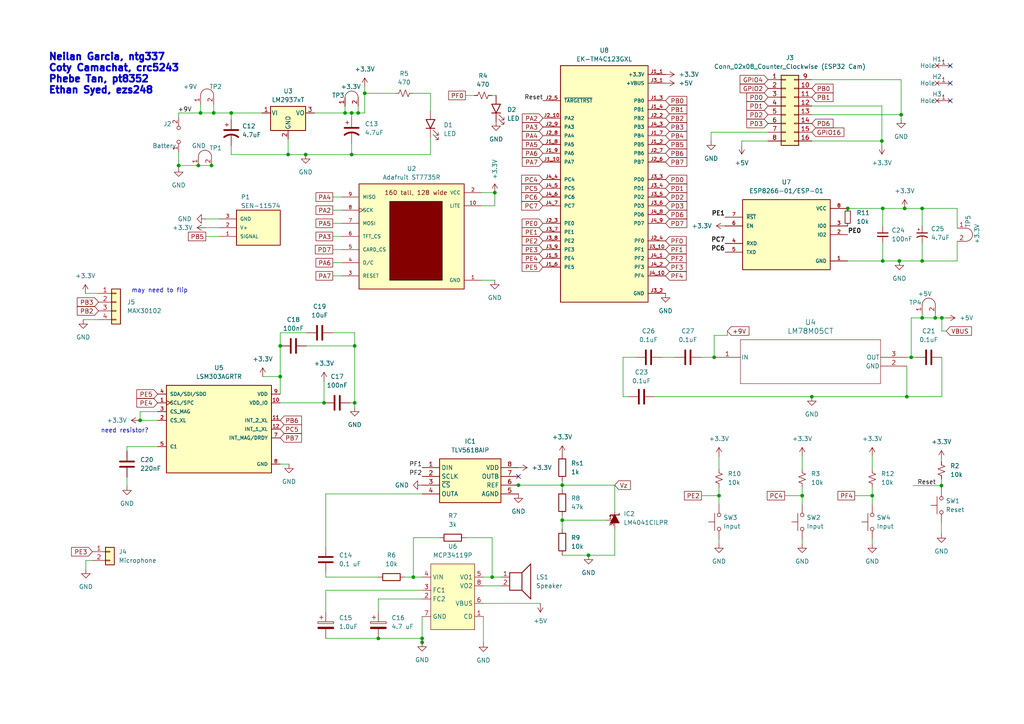
<source format=kicad_sch>
(kicad_sch (version 20230121) (generator eeschema)
  (paper "A4")
  (title_block (title "ECE 445L Lab7 Project") (date "2024-03-29") (rev "v1.0.1") (company "The University of Texas at Austin"))
  (junction (at 88.646 44.831))
  (junction (at 109.728 185.166))
  (junction (at 273.05 140.843))
  (junction (at 103.886 32.766))
  (junction (at 256.032 75.692))
  (junction (at 81.28 100.33))
  (junction (at 58.166 32.766))
  (junction (at 261.366 33.274))
  (junction (at 122.428 185.166))
  (junction (at 208.534 143.764))
  (junction (at 102.87 100.33))
  (junction (at 264.287 103.632))
  (junction (at 83.566 44.831))
  (junction (at 122.428 186.309))
  (junction (at 61.976 32.766))
  (junction (at 262.382 60.452))
  (junction (at 163.068 150.876))
  (junction (at 100.076 32.766))
  (junction (at 61.341 48.006))
  (junction (at 263.017 115.062))
  (junction (at 142.748 167.386))
  (junction (at 40.64 121.92))
  (junction (at 252.984 143.764))
  (junction (at 101.981 32.766))
  (junction (at 232.664 143.764))
  (junction (at 273.177 92.202))
  (junction (at 143.51 55.88))
  (junction (at 119.888 167.386))
  (junction (at 235.458 115.062))
  (junction (at 256.032 60.452))
  (junction (at 267.462 60.452))
  (junction (at 150.368 140.716))
  (junction (at 267.462 75.692))
  (junction (at 271.272 92.202))
  (junction (at 267.462 92.202))
  (junction (at 93.98 116.84))
  (junction (at 170.688 161.036))
  (junction (at 57.531 48.006))
  (junction (at 105.791 27.051))
  (junction (at 67.056 32.766))
  (junction (at 101.981 44.831))
  (junction (at 81.28 109.22))
  (junction (at 102.87 116.84))
  (junction (at 207.137 103.632))
  (junction (at 163.068 140.716))
  (junction (at 255.778 40.894))
  (junction (at 51.816 48.006))
  (junction (at 260.858 75.692))
  (junction (at 245.872 60.452))
  (no_connect (at 150.368 138.176))
  (no_connect (at 275.59 29.21))
  (no_connect (at 275.59 19.05))
  (no_connect (at 275.59 24.13))
  (wire (pts (xy 163.068 161.036) (xy 170.688 161.036)))
  (wire (pts (xy 178.308 140.716) (xy 163.068 140.716)))
  (wire (pts (xy 24.892 165.1) (xy 24.892 162.56)))
  (wire (pts (xy 45.72 121.92) (xy 40.64 121.92)))
  (wire (pts (xy 163.068 140.716) (xy 150.368 140.716)))
  (wire (pts (xy 235.458 33.274) (xy 261.366 33.274)))
  (wire (pts (xy 273.05 151.638) (xy 273.05 154.813)))
  (wire (pts (xy 255.778 42.164) (xy 255.778 40.894)))
  (wire (pts (xy 208.534 143.764) (xy 208.534 146.304)))
  (wire (pts (xy 96.52 68.58) (xy 99.06 68.58)))
  (wire (pts (xy 88.646 44.831) (xy 83.566 44.831)))
  (wire (pts (xy 40.64 119.38) (xy 40.64 121.92)))
  (wire (pts (xy 206.248 38.354) (xy 222.758 38.354)))
  (wire (pts (xy 93.98 116.84) (xy 93.98 110.49)))
  (wire (pts (xy 94.488 143.256) (xy 122.428 143.256)))
  (wire (pts (xy 262.382 60.452) (xy 267.462 60.452)))
  (wire (pts (xy 96.52 76.2) (xy 99.06 76.2)))
  (wire (pts (xy 81.28 96.52) (xy 88.9 96.52)))
  (wire (pts (xy 267.462 90.932) (xy 267.462 92.202)))
  (wire (pts (xy 207.137 97.282) (xy 207.137 103.632)))
  (wire (pts (xy 96.52 64.77) (xy 99.06 64.77)))
  (wire (pts (xy 247.904 143.764) (xy 252.984 143.764)))
  (wire (pts (xy 102.87 96.52) (xy 102.87 100.33)))
  (wire (pts (xy 101.981 44.831) (xy 124.841 44.831)))
  (wire (pts (xy 119.888 167.386) (xy 119.888 155.956)))
  (wire (pts (xy 208.534 141.224) (xy 208.534 143.764)))
  (wire (pts (xy 36.83 130.81) (xy 36.83 129.54)))
  (wire (pts (xy 232.664 143.764) (xy 232.664 146.304)))
  (wire (pts (xy 235.458 40.894) (xy 255.778 40.894)))
  (wire (pts (xy 57.531 47.371) (xy 57.531 48.006)))
  (wire (pts (xy 109.728 185.166) (xy 122.428 185.166)))
  (wire (pts (xy 24.892 162.56) (xy 26.797 162.56)))
  (wire (pts (xy 163.068 139.446) (xy 163.068 140.716)))
  (wire (pts (xy 277.622 60.452) (xy 277.622 66.167)))
  (wire (pts (xy 252.984 156.464) (xy 252.984 157.734)))
  (wire (pts (xy 36.83 138.43) (xy 36.83 140.97)))
  (wire (pts (xy 94.488 171.196) (xy 94.488 177.546)))
  (wire (pts (xy 273.177 92.202) (xy 273.177 96.012)))
  (wire (pts (xy 273.177 96.012) (xy 274.447 96.012)))
  (wire (pts (xy 45.72 119.38) (xy 40.64 119.38)))
  (wire (pts (xy 252.984 141.224) (xy 252.984 143.764)))
  (wire (pts (xy 100.076 30.861) (xy 100.076 32.766)))
  (wire (pts (xy 96.52 80.01) (xy 99.06 80.01)))
  (wire (pts (xy 235.458 23.114) (xy 261.366 23.114)))
  (wire (pts (xy 267.462 92.202) (xy 271.272 92.202)))
  (wire (pts (xy 182.245 115.062) (xy 180.721 115.062)))
  (wire (pts (xy 271.272 92.202) (xy 273.177 92.202)))
  (wire (pts (xy 81.28 109.22) (xy 81.28 114.3)))
  (wire (pts (xy 96.52 96.52) (xy 102.87 96.52)))
  (wire (pts (xy 232.664 141.224) (xy 232.664 143.764)))
  (wire (pts (xy 277.622 69.977) (xy 277.622 75.692)))
  (wire (pts (xy 235.458 115.062) (xy 263.017 115.062)))
  (wire (pts (xy 63.5 68.58) (xy 59.69 68.58)))
  (wire (pts (xy 273.05 133.223) (xy 273.05 133.858)))
  (wire (pts (xy 122.428 185.166) (xy 122.428 186.309)))
  (wire (pts (xy 263.017 106.172) (xy 263.017 115.062)))
  (wire (pts (xy 100.076 32.766) (xy 101.981 32.766)))
  (wire (pts (xy 273.177 103.632) (xy 273.177 115.062)))
  (wire (pts (xy 271.272 90.932) (xy 271.272 92.202)))
  (wire (pts (xy 252.984 143.764) (xy 252.984 146.304)))
  (wire (pts (xy 63.5 66.04) (xy 59.69 66.04)))
  (wire (pts (xy 51.816 48.006) (xy 51.816 48.641)))
  (wire (pts (xy 163.068 150.876) (xy 175.768 150.876)))
  (wire (pts (xy 109.728 173.736) (xy 109.728 177.546)))
  (wire (pts (xy 58.166 30.226) (xy 58.166 32.766)))
  (wire (pts (xy 267.462 75.692) (xy 277.622 75.692)))
  (wire (pts (xy 139.7 55.88) (xy 143.51 55.88)))
  (wire (pts (xy 96.52 60.96) (xy 99.06 60.96)))
  (wire (pts (xy 210.947 96.012) (xy 210.947 97.282)))
  (wire (pts (xy 135.001 27.686) (xy 137.541 27.686)))
  (wire (pts (xy 102.87 116.84) (xy 102.87 118.11)))
  (wire (pts (xy 255.778 40.894) (xy 255.778 30.734)))
  (wire (pts (xy 96.52 72.39) (xy 99.06 72.39)))
  (wire (pts (xy 261.366 33.274) (xy 261.366 34.544)))
  (wire (pts (xy 263.017 103.632) (xy 264.287 103.632)))
  (wire (pts (xy 67.056 32.766) (xy 75.946 32.766)))
  (wire (pts (xy 140.208 167.386) (xy 142.748 167.386)))
  (wire (pts (xy 245.872 75.692) (xy 256.032 75.692)))
  (wire (pts (xy 61.341 47.371) (xy 61.341 48.006)))
  (wire (pts (xy 273.05 140.843) (xy 273.05 141.478)))
  (wire (pts (xy 203.327 103.632) (xy 207.137 103.632)))
  (wire (pts (xy 94.488 167.386) (xy 109.728 167.386)))
  (wire (pts (xy 24.765 85.09) (xy 28.575 85.09)))
  (wire (pts (xy 94.488 185.166) (xy 109.728 185.166)))
  (wire (pts (xy 261.366 23.114) (xy 261.366 33.274)))
  (wire (pts (xy 61.976 30.226) (xy 61.976 32.766)))
  (wire (pts (xy 101.981 44.831) (xy 88.646 44.831)))
  (wire (pts (xy 245.872 60.452) (xy 256.032 60.452)))
  (wire (pts (xy 178.308 153.416) (xy 178.308 161.036)))
  (wire (pts (xy 51.816 44.196) (xy 51.816 48.006)))
  (wire (pts (xy 256.032 60.452) (xy 256.032 65.532)))
  (wire (pts (xy 91.186 32.766) (xy 100.076 32.766)))
  (wire (pts (xy 94.488 158.496) (xy 94.488 143.256)))
  (wire (pts (xy 260.858 75.692) (xy 267.462 75.692)))
  (wire (pts (xy 103.886 32.766) (xy 105.791 32.766)))
  (wire (pts (xy 61.341 48.006) (xy 57.531 48.006)))
  (wire (pts (xy 170.688 161.036) (xy 178.308 161.036)))
  (wire (pts (xy 208.534 132.334) (xy 208.534 136.144)))
  (wire (pts (xy 264.287 92.202) (xy 267.462 92.202)))
  (wire (pts (xy 140.208 178.816) (xy 140.208 186.436)))
  (wire (pts (xy 142.748 155.956) (xy 142.748 167.386)))
  (wire (pts (xy 81.28 109.22) (xy 81.28 100.33)))
  (wire (pts (xy 252.984 132.334) (xy 252.984 136.144)))
  (wire (pts (xy 67.056 44.831) (xy 83.566 44.831)))
  (wire (pts (xy 143.51 59.69) (xy 139.7 59.69)))
  (wire (pts (xy 267.462 70.612) (xy 267.462 75.692)))
  (wire (pts (xy 105.791 27.051) (xy 114.681 27.051)))
  (wire (pts (xy 119.888 155.956) (xy 127.508 155.956)))
  (wire (pts (xy 163.068 150.876) (xy 163.068 153.416)))
  (wire (pts (xy 76.2 109.22) (xy 81.28 109.22)))
  (wire (pts (xy 51.816 32.766) (xy 58.166 32.766)))
  (wire (pts (xy 142.748 167.386) (xy 145.288 167.386)))
  (wire (pts (xy 267.462 60.452) (xy 277.622 60.452)))
  (wire (pts (xy 124.841 39.751) (xy 124.841 44.831)))
  (wire (pts (xy 256.032 70.612) (xy 256.032 75.692)))
  (wire (pts (xy 135.128 155.956) (xy 142.748 155.956)))
  (wire (pts (xy 273.05 138.938) (xy 273.05 140.843)))
  (wire (pts (xy 180.721 103.632) (xy 184.277 103.632)))
  (wire (pts (xy 83.566 40.386) (xy 83.566 44.831)))
  (wire (pts (xy 273.177 92.202) (xy 274.447 92.202)))
  (wire (pts (xy 67.056 32.766) (xy 67.056 34.671)))
  (wire (pts (xy 119.888 167.386) (xy 122.428 167.386)))
  (wire (pts (xy 206.248 40.894) (xy 206.248 38.354)))
  (wire (pts (xy 24.13 92.71) (xy 28.575 92.71)))
  (wire (pts (xy 57.531 48.006) (xy 51.816 48.006)))
  (wire (pts (xy 163.068 149.606) (xy 163.068 150.876)))
  (wire (pts (xy 255.778 30.734) (xy 235.458 30.734)))
  (wire (pts (xy 232.664 156.464) (xy 232.664 157.734)))
  (wire (pts (xy 83.82 134.62) (xy 81.28 134.62)))
  (wire (pts (xy 101.981 32.766) (xy 101.981 34.036)))
  (wire (pts (xy 103.886 30.861) (xy 103.886 32.766)))
  (wire (pts (xy 109.728 173.736) (xy 122.428 173.736)))
  (wire (pts (xy 163.068 140.716) (xy 163.068 141.986)))
  (wire (pts (xy 264.287 103.632) (xy 264.287 92.202)))
  (wire (pts (xy 63.5 63.5) (xy 59.69 63.5)))
  (wire (pts (xy 67.056 42.291) (xy 67.056 44.831)))
  (wire (pts (xy 51.816 34.036) (xy 51.816 32.766)))
  (wire (pts (xy 140.208 169.926) (xy 145.288 169.926)))
  (wire (pts (xy 102.87 100.33) (xy 102.87 116.84)))
  (wire (pts (xy 227.584 143.764) (xy 232.664 143.764)))
  (wire (pts (xy 94.488 171.196) (xy 122.428 171.196)))
  (wire (pts (xy 178.308 148.336) (xy 178.308 140.716)))
  (wire (pts (xy 140.208 175.006) (xy 156.718 175.006)))
  (wire (pts (xy 81.28 100.33) (xy 81.28 96.52)))
  (wire (pts (xy 189.865 115.062) (xy 235.458 115.062)))
  (wire (pts (xy 203.454 143.764) (xy 208.534 143.764)))
  (wire (pts (xy 180.721 115.062) (xy 180.721 103.632)))
  (wire (pts (xy 139.7 81.28) (xy 143.51 81.28)))
  (wire (pts (xy 215.138 40.894) (xy 222.758 40.894)))
  (wire (pts (xy 105.791 25.146) (xy 105.791 27.051)))
  (wire (pts (xy 88.9 100.33) (xy 102.87 100.33)))
  (wire (pts (xy 191.897 103.632) (xy 195.707 103.632)))
  (wire (pts (xy 122.428 186.309) (xy 122.428 186.436)))
  (wire (pts (xy 96.52 57.15) (xy 99.06 57.15)))
  (wire (pts (xy 124.841 27.051) (xy 124.841 32.131)))
  (wire (pts (xy 273.177 115.062) (xy 263.017 115.062)))
  (wire (pts (xy 81.28 116.84) (xy 93.98 116.84)))
  (wire (pts (xy 36.83 129.54) (xy 45.72 129.54)))
  (wire (pts (xy 101.981 32.766) (xy 103.886 32.766)))
  (wire (pts (xy 105.791 32.766) (xy 105.791 27.051)))
  (wire (pts (xy 232.664 132.334) (xy 232.664 136.144)))
  (wire (pts (xy 122.428 178.816) (xy 122.428 185.166)))
  (wire (pts (xy 94.488 166.116) (xy 94.488 167.386)))
  (wire (pts (xy 58.166 32.766) (xy 61.976 32.766)))
  (wire (pts (xy 215.138 42.164) (xy 215.138 40.894)))
  (wire (pts (xy 119.761 27.051) (xy 124.841 27.051)))
  (wire (pts (xy 143.891 27.686) (xy 142.621 27.686)))
  (wire (pts (xy 208.534 156.464) (xy 208.534 157.734)))
  (wire (pts (xy 256.032 75.692) (xy 260.858 75.692)))
  (wire (pts (xy 117.348 167.386) (xy 119.888 167.386)))
  (wire (pts (xy 149.098 140.716) (xy 150.368 140.716)))
  (wire (pts (xy 264.287 103.632) (xy 265.557 103.632)))
  (wire (pts (xy 143.51 55.88) (xy 143.51 59.69)))
  (wire (pts (xy 101.6 116.84) (xy 102.87 116.84)))
  (wire (pts (xy 210.947 97.282) (xy 207.137 97.282)))
  (wire (pts (xy 264.795 140.843) (xy 273.05 140.843)))
  (wire (pts (xy 61.976 32.766) (xy 67.056 32.766)))
  (wire (pts (xy 101.981 41.656) (xy 101.981 44.831)))
  (wire (pts (xy 267.462 65.532) (xy 267.462 60.452)))
  (wire (pts (xy 256.032 60.452) (xy 262.382 60.452)))
  (text "Neilan Garcia, ntg337\nCoty Camachat, crc5243\nPhebe Tan, pt8352\nEthan Syed, ezs248" (at 13.97 27.432 0) (effects (font (size 2 2) (thickness 0.6) bold) (justify left bottom)))
  (text "may need to flip\n" (at 38.1 85.09 0) (effects (font (size 1.27 1.27)) (justify left bottom)))
  (text "need resistor?\n" (at 29.21 125.73 0) (effects (font (size 1.27 1.27)) (justify left bottom)))
  (label "PF2" (at 122.428 138.176 180))
  (label "Reset" (at 157.48 29.21 180))
  (label "+9V" (at 55.626 32.766 180))
  (label "PE1" (at 210.312 62.992 180) (effects (font bold)))
  (label "PF1" (at 122.428 135.636 180))
  (label "PC6" (at 210.312 73.152 180) (effects (font bold)))
  (label "Reset" (at 266.065 140.843 0))
  (label "PE0" (at 245.872 68.072 0) (effects (font bold)))
  (label "PC7" (at 210.312 70.612 180) (effects (font bold)))
  (global_label "PF4" (shape passive) (at 247.904 143.764 180) (property "Intersheetrefs" "${INTERSHEET_REFS}" (effects hide)))
  (global_label "PD6" (shape input) (at 193.04 62.23 0) (property "Intersheetrefs" "${INTERSHEET_REFS}" (effects hide)))
  (global_label "PB5" (shape passive) (at 59.69 68.58 180) (property "Intersheetrefs" "${INTERSHEET_REFS}" (effects hide)))
  (global_label "PB6" (shape input) (at 81.28 121.92 0) (property "Intersheetrefs" "${INTERSHEET_REFS}" (effects hide)))
  (global_label "PB2" (shape input) (at 193.04 34.29 0) (property "Intersheetrefs" "${INTERSHEET_REFS}" (effects hide)))
  (global_label "PD1" (shape input) (at 193.04 54.61 0) (property "Intersheetrefs" "${INTERSHEET_REFS}" (effects hide)))
  (global_label "PD1" (shape input) (at 222.758 30.734 180) (property "Intersheetrefs" "${INTERSHEET_REFS}" (effects hide)))
  (global_label "PC5" (shape input) (at 157.48 54.61 180) (property "Intersheetrefs" "${INTERSHEET_REFS}" (effects hide)))
  (global_label "PA3" (shape input) (at 157.48 36.83 180) (property "Intersheetrefs" "${INTERSHEET_REFS}" (effects hide)))
  (global_label "PD7" (shape passive) (at 96.52 72.39 180) (property "Intersheetrefs" "${INTERSHEET_REFS}" (effects hide)))
  (global_label "PB4" (shape input) (at 193.04 39.37 0) (property "Intersheetrefs" "${INTERSHEET_REFS}" (effects hide)))
  (global_label "PD0" (shape input) (at 193.04 52.07 0) (property "Intersheetrefs" "${INTERSHEET_REFS}" (effects hide)))
  (global_label "PB0" (shape input) (at 193.04 29.21 0) (property "Intersheetrefs" "${INTERSHEET_REFS}" (effects hide)))
  (global_label "PA5" (shape passive) (at 96.52 64.77 180) (property "Intersheetrefs" "${INTERSHEET_REFS}" (effects hide)))
  (global_label "GPIO16" (shape input) (at 235.458 38.354 0) (property "Intersheetrefs" "${INTERSHEET_REFS}" (effects hide)))
  (global_label "PB5" (shape input) (at 193.04 41.91 0) (property "Intersheetrefs" "${INTERSHEET_REFS}" (effects hide)))
  (global_label "PD3" (shape input) (at 193.04 59.69 0) (property "Intersheetrefs" "${INTERSHEET_REFS}" (effects hide)))
  (global_label "PA6" (shape input) (at 157.48 44.45 180) (property "Intersheetrefs" "${INTERSHEET_REFS}" (effects hide)))
  (global_label "PD6" (shape input) (at 235.458 35.814 0) (property "Intersheetrefs" "${INTERSHEET_REFS}" (effects hide)))
  (global_label "PD2" (shape input) (at 222.758 33.274 180) (property "Intersheetrefs" "${INTERSHEET_REFS}" (effects hide)))
  (global_label "PF2" (shape input) (at 193.04 74.93 0) (property "Intersheetrefs" "${INTERSHEET_REFS}" (effects hide)))
  (global_label "PB6" (shape input) (at 193.04 44.45 0) (property "Intersheetrefs" "${INTERSHEET_REFS}" (effects hide)))
  (global_label "PC7" (shape input) (at 157.48 59.69 180) (property "Intersheetrefs" "${INTERSHEET_REFS}" (effects hide)))
  (global_label "PA7" (shape passive) (at 96.52 80.01 180) (property "Intersheetrefs" "${INTERSHEET_REFS}" (effects hide)))
  (global_label "PF0" (shape input) (at 193.04 69.85 0) (property "Intersheetrefs" "${INTERSHEET_REFS}" (effects hide)))
  (global_label "PA6" (shape passive) (at 96.52 76.2 180) (property "Intersheetrefs" "${INTERSHEET_REFS}" (effects hide)))
  (global_label "PD0" (shape input) (at 222.758 28.194 180) (property "Intersheetrefs" "${INTERSHEET_REFS}" (effects hide)))
  (global_label "PC4" (shape input) (at 157.48 52.07 180) (property "Intersheetrefs" "${INTERSHEET_REFS}" (effects hide)))
  (global_label "PB3" (shape input) (at 193.04 36.83 0) (property "Intersheetrefs" "${INTERSHEET_REFS}" (effects hide)))
  (global_label "PA2" (shape passive) (at 96.52 60.96 180) (property "Intersheetrefs" "${INTERSHEET_REFS}" (effects hide)))
  (global_label "+9V" (shape input) (at 210.947 96.012 0) (property "Intersheetrefs" "${INTERSHEET_REFS}" (effects hide)))
  (global_label "PA3" (shape passive) (at 96.52 68.58 180) (property "Intersheetrefs" "${INTERSHEET_REFS}" (effects hide)))
  (global_label "PE5" (shape input) (at 157.48 77.47 180) (property "Intersheetrefs" "${INTERSHEET_REFS}" (effects hide)))
  (global_label "PF3" (shape input) (at 193.04 77.47 0) (property "Intersheetrefs" "${INTERSHEET_REFS}" (effects hide)))
  (global_label "PC5" (shape input) (at 81.28 124.46 0) (property "Intersheetrefs" "${INTERSHEET_REFS}" (effects hide)))
  (global_label "PD7" (shape input) (at 193.04 64.77 0) (property "Intersheetrefs" "${INTERSHEET_REFS}" (effects hide)))
  (global_label "Vz" (shape input) (at 178.308 140.716 0) (property "Intersheetrefs" "${INTERSHEET_REFS}" (effects hide)))
  (global_label "PA2" (shape input) (at 157.48 34.29 180) (property "Intersheetrefs" "${INTERSHEET_REFS}" (effects hide)))
  (global_label "PD2" (shape input) (at 193.04 57.15 0) (property "Intersheetrefs" "${INTERSHEET_REFS}" (effects hide)))
  (global_label "PF4" (shape input) (at 193.04 80.01 0) (property "Intersheetrefs" "${INTERSHEET_REFS}" (effects hide)))
  (global_label "PB0" (shape input) (at 235.458 25.654 0) (property "Intersheetrefs" "${INTERSHEET_REFS}" (effects hide)))
  (global_label "PE3" (shape input) (at 157.48 72.39 180) (property "Intersheetrefs" "${INTERSHEET_REFS}" (effects hide)))
  (global_label "PF1" (shape input) (at 193.04 72.39 0) (property "Intersheetrefs" "${INTERSHEET_REFS}" (effects hide)))
  (global_label "PC4" (shape passive) (at 227.584 143.764 180) (property "Intersheetrefs" "${INTERSHEET_REFS}" (effects hide)))
  (global_label "GPIO4" (shape input) (at 222.758 23.114 180) (property "Intersheetrefs" "${INTERSHEET_REFS}" (effects hide)))
  (global_label "PB7" (shape input) (at 81.28 127 0) (property "Intersheetrefs" "${INTERSHEET_REFS}" (effects hide)))
  (global_label "GPIO2" (shape input) (at 222.758 25.654 180) (property "Intersheetrefs" "${INTERSHEET_REFS}" (effects hide)))
  (global_label "PB7" (shape input) (at 193.04 46.99 0) (property "Intersheetrefs" "${INTERSHEET_REFS}" (effects hide)))
  (global_label "PE5" (shape input) (at 45.72 114.3 180) (property "Intersheetrefs" "${INTERSHEET_REFS}" (effects hide)))
  (global_label "PB1" (shape input) (at 193.04 31.75 0) (property "Intersheetrefs" "${INTERSHEET_REFS}" (effects hide)))
  (global_label "PC6" (shape input) (at 157.48 57.15 180) (property "Intersheetrefs" "${INTERSHEET_REFS}" (effects hide)))
  (global_label "PE4" (shape input) (at 157.48 74.93 180) (property "Intersheetrefs" "${INTERSHEET_REFS}" (effects hide)))
  (global_label "PA4" (shape input) (at 157.48 39.37 180) (property "Intersheetrefs" "${INTERSHEET_REFS}" (effects hide)))
  (global_label "PD3" (shape input) (at 222.758 35.814 180) (property "Intersheetrefs" "${INTERSHEET_REFS}" (effects hide)))
  (global_label "PA4" (shape passive) (at 96.52 57.15 180) (property "Intersheetrefs" "${INTERSHEET_REFS}" (effects hide)))
  (global_label "PA7" (shape input) (at 157.48 46.99 180) (property "Intersheetrefs" "${INTERSHEET_REFS}" (effects hide)))
  (global_label "PE0" (shape input) (at 157.48 64.77 180) (property "Intersheetrefs" "${INTERSHEET_REFS}" (effects hide)))
  (global_label "PE1" (shape input) (at 157.48 67.31 180) (property "Intersheetrefs" "${INTERSHEET_REFS}" (effects hide)))
  (global_label "PB3" (shape input) (at 28.575 87.63 180) (property "Intersheetrefs" "${INTERSHEET_REFS}" (effects hide)))
  (global_label "PA5" (shape input) (at 157.48 41.91 180) (property "Intersheetrefs" "${INTERSHEET_REFS}" (effects hide)))
  (global_label "PB2" (shape input) (at 28.575 90.17 180) (property "Intersheetrefs" "${INTERSHEET_REFS}" (effects hide)))
  (global_label "PE2" (shape input) (at 157.48 69.85 180) (property "Intersheetrefs" "${INTERSHEET_REFS}" (effects hide)))
  (global_label "PB1" (shape input) (at 235.458 28.194 0) (property "Intersheetrefs" "${INTERSHEET_REFS}" (effects hide)))
  (global_label "PE4" (shape input) (at 45.72 116.84 180) (property "Intersheetrefs" "${INTERSHEET_REFS}" (effects hide)))
  (global_label "PF0" (shape passive) (at 135.001 27.686 180) (property "Intersheetrefs" "${INTERSHEET_REFS}" (effects hide)))
  (global_label "PE3" (shape input) (at 26.797 160.02 180) (property "Intersheetrefs" "${INTERSHEET_REFS}" (effects hide)))
  (global_label "VBUS" (shape input) (at 274.447 96.012 0) (property "Intersheetrefs" "${INTERSHEET_REFS}" (effects hide)))
  (global_label "PE2" (shape passive) (at 203.454 143.764 180) (property "Intersheetrefs" "${INTERSHEET_REFS}" (effects hide)))
  (symbol (lib_id "Device:R") (at 163.068 135.636 0) (unit 1)
    (property "Reference" "Rs1" (at 165.608 134.366 0) (effects (justify left)))
    (property "Value" "1k" (at 165.608 136.906 0) (effects (justify left)))
    (property "Footprint" "ECE445L:R_Axial_DIN0204_L3.6mm_D1.6mm_P7.62mm_Horizontal" (effects hide))
  )
  (symbol (lib_name "GND_1") (lib_id "power:GND") (at 252.984 157.734 0) (unit 1)
    (property "Reference" "#PWR026" (effects hide))
    (property "Value" "GND" (at 252.984 162.814 0))
  )
  (symbol (lib_id "power:+5V") (at 193.04 24.13 270) (unit 1)
    (property "Reference" "#PWR058" (effects hide))
    (property "Value" "+5V" (at 196.85 24.13 90) (effects (justify left)))
  )
  (symbol (lib_id "power:+3.3V") (at 208.534 132.334 0) (unit 1)
    (property "Reference" "#PWR048" (effects hide))
    (property "Value" "+3.3V" (at 208.534 127.254 0))
  )
  (symbol (lib_id "power:+3.3V") (at 105.791 25.146 0) (unit 1)
    (property "Reference" "#PWR027" (effects hide))
    (property "Value" "+3.3V" (at 105.791 20.066 0))
  )
  (symbol (lib_name "GND_1") (lib_id "power:GND") (at 51.816 48.641 0) (unit 1)
    (property "Reference" "#PWR018" (effects hide))
    (property "Value" "GND" (at 51.816 53.721 0))
  )
  (symbol (lib_id "Device:Speaker") (at 150.368 167.386 0) (unit 1)
    (property "Reference" "LS1" (at 155.448 167.386 0) (effects (justify left)))
    (property "Value" "Speaker" (at 155.448 169.926 0) (effects (justify left)))
    (property "Footprint" "Connector_PinHeader_2.54mm:PinHeader_1x02_P2.54mm_Vertical" (effects hide))
  )
  (symbol (lib_id "Device:C") (at 186.055 115.062 270) (unit 1)
    (property "Reference" "C23" (at 186.055 107.95 90))
    (property "Value" "0.1uF" (at 186.055 110.49 90))
    (property "Footprint" "ECE445L:C_Axial_200mil" (effects hide))
  )
  (symbol (lib_id "motorola_MCP34119P:MCP34119P") (at 131.318 172.466 0) (unit 1)
    (property "Reference" "U6" (at 131.318 158.496 0))
    (property "Value" "MCP34119P" (at 131.318 161.036 0))
    (property "Footprint" "Package_DIP:DIP-8_W7.62mm_LongPads" (effects hide))
    (property "Datasheet" "https://users.ece.utexas.edu/~valvano/Datasheets/MC34119.pdf" (effects hide))
    (property "Distributor" "N/A" (effects hide))
    (property "Manufacturer" "Motorola" (effects hide))
    (property "P/N" "MC34119P" (effects hide))
    (property "Cost" "N/A" (effects hide))
  )
  (symbol (lib_id "ECE445L:R_0.125W") (at 273.05 136.398 0) (unit 1)
    (property "Reference" "R2" (at 275.59 135.128 0) (effects (justify left)))
    (property "Value" "10k" (at 275.59 137.668 0) (effects (justify left)))
    (property "Footprint" "ECE445L:R_Axial_DIN0204_L3.6mm_D1.6mm_P7.62mm_Horizontal" (effects hide))
    (property "Datasheet" "https://users.ece.utexas.edu/~valvano/mspm0/CarbonFilmresistors.pdf" (effects hide))
  )
  (symbol (lib_id "ECE445L:Testpoint") (at 60.071 30.226 0) (unit 1)
    (property "Reference" "TP2" (at 60.706 25.146 0) (effects (justify left)))
    (property "Value" "+9V" (at 53.086 25.146 0) (effects (justify left)))
    (property "Footprint" "ECE445L:Testpoint_1x02_P2.54mm" (effects hide))
  )
  (symbol (lib_id "ECE445L:R_0.125W") (at 252.984 138.684 180) (unit 1)
    (property "Reference" "R12" (at 255.524 137.414 0) (effects (justify right)))
    (property "Value" "10k" (at 255.524 139.954 0) (effects (justify right)))
    (property "Footprint" "ECE445L:R_Axial_DIN0204_L3.6mm_D1.6mm_P7.62mm_Horizontal" (effects hide))
    (property "Datasheet" "https://users.ece.utexas.edu/~valvano/mspm0/CarbonFilmresistors.pdf" (effects hide))
  )
  (symbol (lib_id "ECE445L:Testpoint") (at 269.367 90.932 0) (unit 1)
    (property "Reference" "TP4" (at 263.652 87.757 0) (effects (justify left)))
    (property "Value" "+5V" (at 266.192 85.217 0) (effects (justify left)))
    (property "Footprint" "ECE445L:Testpoint_1x02_P2.54mm" (effects hide))
  )
  (symbol (lib_name "GND_1") (lib_id "power:GND") (at 122.428 140.716 270) (unit 1)
    (property "Reference" "#PWR036" (effects hide))
    (property "Value" "GND" (at 118.618 140.716 90) (effects (justify right)))
  )
  (symbol (lib_id "power:+3.3V") (at 210.312 65.532 90) (unit 1)
    (property "Reference" "#PWR051" (effects hide))
    (property "Value" "+3.3V" (at 206.502 65.532 90) (effects (justify left)))
  )
  (symbol (lib_id "Device:C") (at 97.79 116.84 90) (unit 1)
    (property "Reference" "C17" (at 97.79 109.22 90))
    (property "Value" "100nF" (at 97.79 111.76 90))
    (property "Footprint" "ECE445L:C_Axial_200mil" (effects hide))
  )
  (symbol (lib_id "Device:C") (at 199.517 103.632 90) (unit 1)
    (property "Reference" "C27" (at 199.517 96.012 90))
    (property "Value" "0.1uF" (at 199.517 98.552 90))
    (property "Footprint" "ECE445L:C_Axial_200mil" (effects hide))
  )
  (symbol (lib_id "power:+3.3V") (at 193.04 21.59 270) (unit 1)
    (property "Reference" "#PWR059" (effects hide))
    (property "Value" "+3.3V" (at 196.85 21.59 90) (effects (justify left)))
  )
  (symbol (lib_id "ECE445L:Testpoint") (at 59.436 48.006 0) (unit 1)
    (property "Reference" "TP1" (at 60.706 42.926 0) (effects (justify left)))
    (property "Value" "GND" (at 55.626 42.291 0) (effects (justify left)))
    (property "Footprint" "ECE445L:Testpoint_1x02_P2.54mm" (effects hide))
  )
  (symbol (lib_name "GND_1") (lib_id "power:GND") (at 170.688 161.036 0) (unit 1)
    (property "Reference" "#PWR040" (effects hide))
    (property "Value" "GND" (at 170.688 166.116 0))
  )
  (symbol (lib_id "power:+3.3V") (at 163.068 131.826 0) (unit 1)
    (property "Reference" "#PWR039" (effects hide))
    (property "Value" "+3.3V" (at 163.068 126.746 0))
  )
  (symbol (lib_id "Regulator_Linear:LM2937xT") (at 83.566 32.766 0) (unit 1)
    (property "Reference" "U3" (at 83.566 26.416 0))
    (property "Value" "LM2937xT" (at 83.566 28.956 0))
    (property "Footprint" "Package_TO_SOT_THT:TO-220-3_Vertical" (effects hide))
    (property "Datasheet" "http://www.ti.com/lit/ds/symlink/lm2937.pdf" (effects hide))
  )
  (symbol (lib_id "ECE445L:Testpoint") (at 277.622 68.072 270) (unit 1)
    (property "Reference" "TP5" (at 280.797 62.357 0) (effects (justify left)))
    (property "Value" "+3.3V" (at 283.337 64.897 0) (effects (justify left)))
    (property "Footprint" "ECE445L:Testpoint_1x02_P2.54mm" (effects hide))
  )
  (symbol (lib_name "GND_1") (lib_id "power:GND") (at 88.646 44.831 0) (unit 1)
    (property "Reference" "#PWR061" (effects hide))
    (property "Value" "GND" (at 88.646 49.911 0))
  )
  (symbol (lib_id "power:+5V") (at 215.138 42.164 180) (unit 1)
    (property "Reference" "#PWR047" (effects hide))
    (property "Value" "+5V" (at 215.138 47.244 0))
  )
  (symbol (lib_id "Device:C") (at 92.71 96.52 270) (unit 1)
    (property "Reference" "C19" (at 92.71 88.9 90))
    (property "Value" "10uF" (at 92.71 91.44 90))
    (property "Footprint" "ECE445L:C_Axial_200mil" (effects hide))
  )
  (symbol (lib_id "ti_LM4041CILPR:LM4041CILPR") (at 178.308 150.876 0) (unit 1)
    (property "Reference" "IC2" (at 180.848 149.0345 0) (effects (justify left)))
    (property "Value" "LM4041CILPR" (at 180.848 151.5745 0) (effects (justify left)))
    (property "Footprint" "ECE445L:ti_LM4041CILPR" (effects hide))
    (property "Datasheet" "https://www.ti.com/general/docs/suppproductinfo.tsp?distId=26&gotoUrl=https://www.ti.com/lit/gpn/lm4041a12" (effects hide))
    (property "Distributor" "Mouser" (effects hide))
    (property "Manufacturer" "Texas Instruments" (effects hide))
    (property "P/N" "LM4041CILPR" (effects hide))
    (property "Cost" "0.78" (effects hide))
  )
  (symbol (lib_id "Connector_Generic:Conn_02x08_Top_Bottom") (at 227.838 30.734 0) (unit 1)
    (property "Reference" "J3" (at 229.108 16.764 0))
    (property "Value" "Conn_02x08_Counter_Clockwise (ESP32 Cam)" (at 229.108 19.304 0))
    (property "Footprint" "our_symbols:ESP32-CAM_v1" (effects hide))
  )
  (symbol (lib_id "LSM303AGRTR:LSM303AGRTR") (at 63.5 124.46 0) (unit 1)
    (property "Reference" "U5" (at 63.5 106.68 0))
    (property "Value" "LSM303AGRTR" (at 63.5 109.22 0))
    (property "Footprint" "our_symbols:SON_03AGRTR_STM" (effects hide))
    (property "MF" "STMicroelectronics" (effects hide))
    (property "DESCRIPTION" "Ultra-compact high-performance e-compass 3D accelerometer and 3D magnetometer module" (effects hide))
    (property "PACKAGE" "LGA-12 STMicroelectronics" (effects hide))
    (property "PRICE" "1.79 USD" (effects hide))
    (property "Package" "LGA-12 STMicroelectronics" (effects hide))
    (property "Check_prices" "https://www.snapeda.com/parts/LSM303AGRTR/STMicroelectronics/view-part/?ref=eda" (effects hide))
    (property "Price" "None" (effects hide))
    (property "SnapEDA_Link" "https://www.snapeda.com/parts/LSM303AGRTR/STMicroelectronics/view-part/?ref=snap" (effects hide))
    (property "MP" "LSM303AGRTR" (effects hide))
    (property "Description" "\nAccelerometer, Magnetometer, Temperature, 6 Axis Sensor I2C, SPI Output\n" (effects hide))
    (property "Availability" "In Stock" (effects hide))
    (property "AVAILABILITY" "Good" (effects hide))
    (property "MANUFACTURER" "STMicroelectronics" (effects hide))
  )
  (symbol (lib_id "Switch:SW_Push") (at 273.05 146.558 90) (unit 1)
    (property "Reference" "SW1" (at 274.32 145.288 90) (effects (justify right)))
    (property "Value" "Reset" (at 274.32 147.828 90) (effects (justify right)))
    (property "Footprint" "Button_Switch_THT:SW_PUSH_6mm" (effects hide))
  )
  (symbol (lib_id "Device:R") (at 113.538 167.386 270) (mirror x) (unit 1)
    (property "Reference" "R6" (at 113.538 161.036 90))
    (property "Value" "10k" (at 113.538 163.576 90))
    (property "Footprint" "ECE445L:R_Axial_DIN0204_L3.6mm_D1.6mm_P7.62mm_Horizontal" (effects hide))
  )
  (symbol (lib_id "power:+5V") (at 156.718 175.006 180) (unit 1)
    (property "Reference" "#PWR052" (effects hide))
    (property "Value" "+5V" (at 156.718 180.086 0))
  )
  (symbol (lib_id "Device:C") (at 188.087 103.632 90) (unit 1)
    (property "Reference" "C26" (at 188.087 96.012 90))
    (property "Value" "0.1uF" (at 188.087 98.552 90))
    (property "Footprint" "ECE445L:C_Axial_200mil" (effects hide))
  )
  (symbol (lib_name "GND_1") (lib_id "power:GND") (at 261.366 34.544 0) (unit 1)
    (property "Reference" "#PWR023" (effects hide))
    (property "Value" "GND" (at 261.366 39.624 0))
  )
  (symbol (lib_name "GND_1") (lib_id "power:GND") (at 273.05 154.813 0) (unit 1)
    (property "Reference" "#PWR04" (effects hide))
    (property "Value" "GND" (at 273.05 159.893 0))
  )
  (symbol (lib_id "Connector_Generic:Conn_01x04") (at 33.655 87.63 0) (unit 1)
    (property "Reference" "J5" (at 36.83 87.63 0) (effects (justify left)))
    (property "Value" "MAX30102" (at 36.83 90.17 0) (effects (justify left)))
    (property "Footprint" "Connector_PinHeader_2.54mm:PinHeader_1x04_P2.54mm_Vertical" (effects hide))
  )
  (symbol (lib_id "power:+3.3V") (at 93.98 110.49 0) (unit 1)
    (property "Reference" "#PWR031" (effects hide))
    (property "Value" "+3.3V" (at 93.98 105.41 0))
  )
  (symbol (lib_id "Device:R") (at 163.068 157.226 0) (unit 1)
    (property "Reference" "R9" (at 165.608 155.956 0) (effects (justify left)))
    (property "Value" "10k" (at 165.608 158.496 0) (effects (justify left)))
    (property "Footprint" "ECE445L:R_Axial_DIN0204_L3.6mm_D1.6mm_P7.62mm_Horizontal" (effects hide))
  )
  (symbol (lib_name "GND_1") (lib_id "power:GND") (at 140.208 186.436 0) (unit 1)
    (property "Reference" "#PWR035" (effects hide))
    (property "Value" "GND" (at 140.208 191.516 0))
  )
  (symbol (lib_id "ECE445L:MountingHole") (at 275.59 29.21 0) (unit 1)
    (property "Reference" "H3" (at 271.78 27.305 0))
    (property "Value" "~" (at 275.59 29.21 0))
    (property "Footprint" "ECE445L:MountingHole_4_40" (effects hide))
  )
  (symbol (lib_id "Device:R") (at 163.068 145.796 0) (unit 1)
    (property "Reference" "R8" (at 165.608 144.526 0) (effects (justify left)))
    (property "Value" "47k" (at 165.608 147.066 0) (effects (justify left)))
    (property "Footprint" "ECE445L:R_Axial_DIN0204_L3.6mm_D1.6mm_P7.62mm_Horizontal" (effects hide))
  )
  (symbol (lib_id "power:+3.3V") (at 232.664 132.334 0) (unit 1)
    (property "Reference" "#PWR024" (effects hide))
    (property "Value" "+3.3V" (at 232.664 127.254 0))
  )
  (symbol (lib_id "ECE445L:Testpoint") (at 101.981 30.861 0) (unit 1)
    (property "Reference" "TP3" (at 96.266 27.686 0) (effects (justify left)))
    (property "Value" "+3.3V" (at 98.806 25.146 0) (effects (justify left)))
    (property "Footprint" "ECE445L:Testpoint_1x02_P2.54mm" (effects hide))
  )
  (symbol (lib_name "GND_1") (lib_id "power:GND") (at 24.892 165.1 0) (unit 1)
    (property "Reference" "#PWR022" (effects hide))
    (property "Value" "GND" (at 24.892 170.18 0))
  )
  (symbol (lib_id "power:+3.3V") (at 150.368 135.636 270) (unit 1)
    (property "Reference" "#PWR037" (effects hide))
    (property "Value" "+3.3V" (at 154.178 135.636 90) (effects (justify left)))
  )
  (symbol (lib_id "power:+3.3V") (at 255.778 42.164 180) (unit 1)
    (property "Reference" "#PWR045" (effects hide))
    (property "Value" "+3.3V" (at 255.778 47.244 0))
  )
  (symbol (lib_id "ti_EKTM4C123GXL:EK-TM4C123GXL") (at 175.26 52.07 0) (unit 1)
    (property "Reference" "U8" (at 175.26 14.605 0))
    (property "Value" "EK-TM4C123GXL" (at 175.26 17.145 0))
    (property "Footprint" "ECE445L:ti_EKTM4C123GXL" (effects hide))
    (property "Datasheet" "https://www.ti.com/lit/ds/symlink/tm4c123gh6pm.pdf?ts=1693244962384&ref_url=https%253A%252F%252Fwww.google.com%252F" (effects hide))
    (property "Distributor" "Mouser" (effects hide))
    (property "Manufacturer" "Texas Instruments" (effects hide))
    (property "P/N" "EK-TM4C123GXL" (effects hide))
    (property "Cost" "22.60" (effects hide))
  )
  (symbol (lib_name "GND_1") (lib_id "power:GND") (at 36.83 140.97 0) (unit 1)
    (property "Reference" "#PWR041" (effects hide))
    (property "Value" "GND" (at 36.83 146.05 0))
  )
  (symbol (lib_name "GND_1") (lib_id "power:GND") (at 83.82 134.62 0) (unit 1)
    (property "Reference" "#PWR033" (effects hide))
    (property "Value" "GND" (at 83.82 139.7 0))
  )
  (symbol (lib_id "Connector_Generic:Conn_01x02") (at 31.877 160.02 0) (unit 1)
    (property "Reference" "J4" (at 34.417 160.02 0) (effects (justify left)))
    (property "Value" "Microphone" (at 34.417 162.56 0) (effects (justify left)))
    (property "Footprint" "our_symbols:CUI_CMA-6542PF" (effects hide))
  )
  (symbol (lib_name "GND_1") (lib_id "power:GND") (at 260.858 75.692 0) (unit 1)
    (property "Reference" "#PWR044" (effects hide))
    (property "Value" "GND" (at 260.858 80.772 0))
  )
  (symbol (lib_id "ECE445L:MountingHole") (at 275.59 19.05 0) (unit 1)
    (property "Reference" "H1" (at 271.78 17.145 0))
    (property "Value" "~" (at 275.59 19.05 0))
    (property "Footprint" "ECE445L:MountingHole_4_40" (effects hide))
  )
  (symbol (lib_id "ECE445L:R_0.125W") (at 117.221 27.051 90) (unit 1)
    (property "Reference" "R5" (at 117.221 21.336 90))
    (property "Value" "470" (at 117.221 23.876 90))
    (property "Footprint" "ECE445L:R_Axial_DIN0204_L3.6mm_D1.6mm_P7.62mm_Horizontal" (effects hide))
    (property "Datasheet" "https://users.ece.utexas.edu/~valvano/mspm0/CarbonFilmresistors.pdf" (effects hide))
  )
  (symbol (lib_id "power:+3.3V") (at 252.984 132.334 0) (unit 1)
    (property "Reference" "#PWR055" (effects hide))
    (property "Value" "+3.3V" (at 252.984 127.254 0))
  )
  (symbol (lib_id "ECE445L:MountingHole") (at 275.59 24.13 0) (unit 1)
    (property "Reference" "H2" (at 271.78 22.225 0))
    (property "Value" "~" (at 275.59 24.13 0))
    (property "Footprint" "ECE445L:MountingHole_4_40" (effects hide))
  )
  (symbol (lib_name "GND_1") (lib_id "power:GND") (at 122.428 186.309 0) (unit 1)
    (property "Reference" "#PWR034" (effects hide))
    (property "Value" "GND" (at 122.428 191.389 0))
  )
  (symbol (lib_id "power:+3.3V") (at 59.69 66.04 90) (unit 1)
    (property "Reference" "#PWR029" (effects hide))
    (property "Value" "+3.3V" (at 55.88 66.04 90) (effects (justify left)))
  )
  (symbol (lib_name "GND_1") (lib_id "power:GND") (at 206.248 40.894 0) (unit 1)
    (property "Reference" "#PWR046" (effects hide))
    (property "Value" "GND" (at 206.248 45.974 0))
  )
  (symbol (lib_id "power:+3.3V") (at 262.382 60.452 0) (unit 1)
    (property "Reference" "#PWR050" (effects hide))
    (property "Value" "+3.3V" (at 262.382 55.372 0))
  )
  (symbol (lib_id "ai_thinker_ESP8266_01:ESP8266-01/ESP-01") (at 228.092 68.072 0) (unit 1)
    (property "Reference" "U7" (at 228.092 52.832 0))
    (property "Value" "ESP8266-01/ESP-01" (at 228.092 55.372 0))
    (property "Footprint" "footprints:ai_thinker_ESP8266_01" (effects hide))
    (property "Datasheet" "https://nurdspace.nl/ESP8266" (effects hide))
    (property "Distributor" "Mouser" (effects hide))
    (property "Manufacturer" "SparkFun" (effects hide))
    (property "P/N" "WRL-17146" (effects hide))
    (property "Cost" "7.50" (effects hide))
  )
  (symbol (lib_id "power:+3.3V") (at 24.765 85.09 0) (unit 1)
    (property "Reference" "#PWR053" (effects hide))
    (property "Value" "+3.3V" (at 24.765 80.01 0))
  )
  (symbol (lib_id "Switch:SW_Push") (at 208.534 151.384 90) (unit 1)
    (property "Reference" "SW3" (at 209.804 150.114 90) (effects (justify right)))
    (property "Value" "Input" (at 209.804 152.654 90) (effects (justify right)))
    (property "Footprint" "Button_Switch_THT:SW_PUSH_6mm" (effects hide))
  )
  (symbol (lib_id "ECE445L:R_0.125W") (at 140.081 27.686 90) (unit 1)
    (property "Reference" "R4" (at 140.081 21.971 90))
    (property "Value" "470" (at 140.081 24.511 90))
    (property "Footprint" "ECE445L:R_Axial_DIN0204_L3.6mm_D1.6mm_P7.62mm_Horizontal" (effects hide))
    (property "Datasheet" "https://users.ece.utexas.edu/~valvano/mspm0/CarbonFilmresistors.pdf" (effects hide))
  )
  (symbol (lib_id "Device:C_Polarized") (at 94.488 181.356 0) (unit 1)
    (property "Reference" "C15" (at 98.298 179.197 0) (effects (justify left)))
    (property "Value" "1.0uF" (at 98.298 181.737 0) (effects (justify left)))
    (property "Footprint" "ECE445L:CP_Radial_Tantal200mil" (effects hide))
  )
  (symbol (lib_id "ECE445L:LED") (at 126.111 35.941 0) (unit 1)
    (property "Reference" "D1" (at 128.651 36.2585 0) (effects (justify left)))
    (property "Value" "LED" (at 128.651 38.7985 0) (effects (justify left)))
    (property "Footprint" "ECE445L:LED_D5.0mm" (effects hide))
    (property "Datasheet" "https://users.ece.utexas.edu/~valvano/mspm0/HLMP-4700.pdf" (effects hide))
  )
  (symbol (lib_name "GND_1") (lib_id "power:GND") (at 59.69 63.5 270) (unit 1)
    (property "Reference" "#PWR028" (effects hide))
    (property "Value" "GND" (at 55.626 63.5 90) (effects (justify right)))
  )
  (symbol (lib_id "Device:C") (at 94.488 162.306 0) (unit 1)
    (property "Reference" "C14" (at 98.298 161.036 0) (effects (justify left)))
    (property "Value" "0.1 uF" (at 98.298 163.576 0) (effects (justify left)))
    (property "Footprint" "ECE445L:C_Axial_200mil" (effects hide))
  )
  (symbol (lib_name "GND_1") (lib_id "power:GND") (at 143.891 35.306 0) (unit 1)
    (property "Reference" "#PWR019" (effects hide))
    (property "Value" "GND" (at 143.891 40.386 0))
  )
  (symbol (lib_id "power:+5V") (at 274.447 92.202 270) (unit 1)
    (property "Reference" "#PWR042" (effects hide))
    (property "Value" "+5V" (at 278.257 92.202 90) (effects (justify left)))
  )
  (symbol (lib_id "ECE445L:R_0.125W") (at 232.664 138.684 180) (unit 1)
    (property "Reference" "R3" (at 235.204 137.414 0) (effects (justify right)))
    (property "Value" "10k" (at 235.204 139.954 0) (effects (justify right)))
    (property "Footprint" "ECE445L:R_Axial_DIN0204_L3.6mm_D1.6mm_P7.62mm_Horizontal" (effects hide))
    (property "Datasheet" "https://users.ece.utexas.edu/~valvano/mspm0/CarbonFilmresistors.pdf" (effects hide))
  )
  (symbol (lib_id "power:+3.3V") (at 76.2 109.22 0) (unit 1)
    (property "Reference" "#PWR030" (effects hide))
    (property "Value" "+3.3V" (at 76.2 104.14 0))
  )
  (symbol (lib_id "Device:C") (at 85.09 100.33 90) (unit 1)
    (property "Reference" "C18" (at 85.09 92.71 90))
    (property "Value" "100nF" (at 85.09 95.25 90))
    (property "Footprint" "ECE445L:C_Axial_200mil" (effects hide))
  )
  (symbol (lib_name "GND_1") (lib_id "power:GND") (at 150.368 143.256 0) (unit 1)
    (property "Reference" "#PWR038" (effects hide))
    (property "Value" "GND" (at 150.368 148.336 0))
  )
  (symbol (lib_id "ECE445L:C_Polarized") (at 101.981 37.846 0) (unit 1)
    (property "Reference" "C13" (at 105.791 35.941 0) (effects (justify left)))
    (property "Value" "4.7uF" (at 105.791 38.481 0) (effects (justify left)))
    (property "Footprint" "ECE445L:CP_Radial_Tantal200mil" (effects hide))
  )
  (symbol (lib_id "Device:C_Polarized") (at 109.728 181.356 0) (unit 1)
    (property "Reference" "C16" (at 113.538 179.197 0) (effects (justify left)))
    (property "Value" "4.7 uF" (at 113.538 181.737 0) (effects (justify left)))
    (property "Footprint" "ECE445L:CP_Radial_Tantal200mil" (effects hide))
  )
  (symbol (lib_id "ECE445L:R_0.125W") (at 208.534 138.684 180) (unit 1)
    (property "Reference" "R10" (at 211.074 137.414 0) (effects (justify right)))
    (property "Value" "10k" (at 211.074 139.954 0) (effects (justify right)))
    (property "Footprint" "ECE445L:R_Axial_DIN0204_L3.6mm_D1.6mm_P7.62mm_Horizontal" (effects hide))
    (property "Datasheet" "https://users.ece.utexas.edu/~valvano/mspm0/CarbonFilmresistors.pdf" (effects hide))
  )
  (symbol (lib_id "LM78M05CT:LM78M05CT") (at 207.137 103.632 0) (unit 1)
    (property "Reference" "U4" (at 235.077 93.472 0) (effects (font (size 1.524 1.524))))
    (property "Value" "LM78M05CT" (at 235.077 96.012 0) (effects (font (size 1.524 1.524))))
    (property "Footprint" "T03B_TEX" (effects hide))
    (property "Datasheet" "LM78M05CT" (effects hide))
  )
  (symbol (lib_name "GND_1") (lib_id "power:GND") (at 208.534 157.734 0) (unit 1)
    (property "Reference" "#PWR049" (effects hide))
    (property "Value" "GND" (at 208.534 162.814 0))
  )
  (symbol (lib_id "power:+3.3V") (at 143.51 55.88 0) (unit 1)
    (property "Reference" "#PWR01" (effects hide))
    (property "Value" "+3.3V" (at 143.51 52.07 90) (effects (justify left)))
  )
  (symbol (lib_id "ECE445L:Header_2") (at 51.816 39.116 90) (unit 1)
    (property "Reference" "J2" (at 47.371 35.941 90) (effects (justify right)))
    (property "Value" "Battery" (at 44.196 42.291 90) (effects (justify right)))
    (property "Footprint" "Battery:Battery_Panasonic_CR1025-VSK_Vertical_CircularHoles" (effects hide))
  )
  (symbol (lib_id "ECE445L:C_Polarized") (at 67.056 38.481 0) (unit 1)
    (property "Reference" "C12" (at 70.231 36.576 0) (effects (justify left)))
    (property "Value" "4.7uF" (at 70.231 39.116 0) (effects (justify left)))
    (property "Footprint" "ECE445L:CP_Radial_Tantal200mil" (effects hide))
  )
  (symbol (lib_name "GND_1") (lib_id "power:GND") (at 143.51 81.28 0) (unit 1)
    (property "Reference" "#PWR021" (effects hide))
    (property "Value" "GND" (at 143.51 86.36 0))
  )
  (symbol (lib_name "GND_1") (lib_id "power:GND") (at 232.664 157.734 0) (unit 1)
    (property "Reference" "#PWR025" (effects hide))
    (property "Value" "GND" (at 232.664 162.814 0))
  )
  (symbol (lib_id "ECE445L:Adafruit_ST7735R") (at 119.38 68.58 0) (unit 1)
    (property "Reference" "U2" (at 119.38 48.895 0))
    (property "Value" "Adafruit ST7735R" (at 119.38 51.435 0))
    (property "Footprint" "Connector_PinHeader_2.54mm:PinHeader_1x10_P2.54mm_Vertical" (effects hide))
    (property "Datasheet" "https://www.mouser.com/datasheet/2/737/ST7735R_V0_2-2489618.pdf" (effects hide))
    (property "Distributor" "Mouser" (effects hide))
    (property "Manufacturer" "Adafruit" (effects hide))
    (property "P/N" "358" (effects hide))
    (property "Cost" "19.95" (effects hide))
  )
  (symbol (lib_name "GND_1") (lib_id "power:GND") (at 102.87 118.11 0) (unit 1)
    (property "Reference" "#PWR032" (effects hide))
    (property "Value" "GND" (at 102.87 123.19 0))
  )
  (symbol (lib_id "ECE445L:LED") (at 145.161 31.496 0) (unit 1)
    (property "Reference" "D2" (at 147.066 31.8135 0) (effects (justify left)))
    (property "Value" "LED" (at 147.066 34.3535 0) (effects (justify left)))
    (property "Footprint" "ECE445L:LED_D5.0mm" (effects hide))
    (property "Datasheet" "https://users.ece.utexas.edu/~valvano/mspm0/HLMP-4700.pdf" (effects hide))
  )
  (symbol (lib_id "Device:C_Polarized_Small_US") (at 267.462 68.072 0) (unit 1)
    (property "Reference" "C25" (at 270.002 66.3702 0) (effects (justify left)))
    (property "Value" "4.7uF" (at 270.002 68.9102 0) (effects (justify left)))
    (property "Footprint" "ECE445L:CP_Radial_Tantal200mil" (effects hide))
  )
  (symbol (lib_id "SEN-11574:SEN-11574") (at 68.58 66.04 0) (unit 1)
    (property "Reference" "P1" (at 69.85 57.15 0) (effects (justify left)))
    (property "Value" "SEN-11574" (at 69.85 59.69 0) (effects (justify left)))
    (property "Footprint" "our_symbols:XDCR_SEN-11574" (effects hide))
    (property "MF" "SparkFun" (effects hide))
    (property "Description" "\nPULSE SENSOR FOR ARDUINO\n" (effects hide))
    (property "Package" "None" (effects hide))
    (property "Price" "None" (effects hide))
    (property "Check_prices" "https://www.snapeda.com/parts/SEN-11574/SparkFun+Electronics/view-part/?ref=eda" (effects hide))
    (property "SnapEDA_Link" "https://www.snapeda.com/parts/SEN-11574/SparkFun+Electronics/view-part/?ref=snap" (effects hide))
    (property "MP" "SEN-11574" (effects hide))
    (property "Purchase-URL" "https://www.snapeda.com/api/url_track_click_mouser/?unipart_id=1269548&manufacturer=SparkFun&part_name=SEN-11574&search_term=None" (effects hide))
    (property "Availability" "In Stock" (effects hide))
    (property "MANUFACTURER" "Sparkfun Electronics" (effects hide))
  )
  (symbol (lib_name "GND_1") (lib_id "power:GND") (at 235.458 115.062 0) (unit 1)
    (property "Reference" "#PWR043" (effects hide))
    (property "Value" "GND" (at 235.458 120.142 0))
  )
  (symbol (lib_id "Device:C") (at 269.367 103.632 90) (unit 1)
    (property "Reference" "C21" (at 269.367 96.012 90))
    (property "Value" "0.1uF" (at 269.367 98.552 90))
    (property "Footprint" "ECE445L:C_Axial_200mil" (effects hide))
  )
  (symbol (lib_name "GND_1") (lib_id "power:GND") (at 24.13 92.71 0) (unit 1)
    (property "Reference" "#PWR054" (effects hide))
    (property "Value" "GND" (at 24.13 97.79 0))
  )
  (symbol (lib_id "Device:R_Small") (at 245.872 62.992 0) (unit 1)
    (property "Reference" "R11" (at 248.412 61.722 0) (effects (justify left)))
    (property "Value" "10k" (at 248.412 64.262 0) (effects (justify left)))
    (property "Footprint" "ECE445L:R_Axial_DIN0204_L3.6mm_D1.6mm_P7.62mm_Horizontal" (effects hide))
  )
  (symbol (lib_id "power:+3.3V") (at 273.05 133.223 0) (unit 1)
    (property "Reference" "#PWR05" (effects hide))
    (property "Value" "+3.3V" (at 273.05 128.143 0))
  )
  (symbol (lib_id "power:+3.3V") (at 40.64 121.92 90) (unit 1)
    (property "Reference" "#PWR057" (effects hide))
    (property "Value" "+3.3V" (at 36.83 121.92 90) (effects (justify left)))
  )
  (symbol (lib_name "GND_1") (lib_id "power:GND") (at 193.04 85.09 0) (unit 1)
    (property "Reference" "#PWR056" (effects hide))
    (property "Value" "GND" (at 193.04 90.17 0))
  )
  (symbol (lib_id "Device:C") (at 36.83 134.62 180) (unit 1)
    (property "Reference" "C20" (at 40.64 133.35 0) (effects (justify right)))
    (property "Value" "220nF" (at 40.64 135.89 0) (effects (justify right)))
    (property "Footprint" "ECE445L:C_Axial_200mil" (effects hide))
  )
  (symbol (lib_id "ti_TLV5618AIP:TLV5618AIP") (at 136.398 139.446 0) (unit 1)
    (property "Reference" "IC1" (at 136.398 128.016 0))
    (property "Value" "TLV5618AIP" (at 136.398 130.556 0))
    (property "Footprint" "ECE445L:DIP-8_W7.62mm_LongPads" (effects hide))
    (property "Datasheet" "http://www.ti.com/lit/ds/symlink/tlv5618a.pdf" (effects hide))
    (property "Distributor" "Mouser" (effects hide))
    (property "Manufacturer" "Texas Instruments" (effects hide))
    (property "P/N" "TLV5618AIP" (effects hide))
    (property "Cost" "13.80" (effects hide))
  )
  (symbol (lib_id "Device:C_Small") (at 256.032 68.072 0) (unit 1)
    (property "Reference" "C24" (at 258.572 66.8083 0) (effects (justify left)))
    (property "Value" "100nF" (at 258.572 69.3483 0) (effects (justify left)))
    (property "Footprint" "ECE445L:C_Axial_200mil" (effects hide))
  )
  (symbol (lib_id "Switch:SW_Push") (at 232.664 151.384 90) (unit 1)
    (property "Reference" "SW2" (at 233.934 150.114 90) (effects (justify right)))
    (property "Value" "Input" (at 233.934 152.654 90) (effects (justify right)))
    (property "Footprint" "Button_Switch_THT:SW_PUSH_6mm" (effects hide))
  )
  (symbol (lib_id "Switch:SW_Push") (at 252.984 151.384 90) (unit 1)
    (property "Reference" "SW4" (at 254.254 150.114 90) (effects (justify right)))
    (property "Value" "Input" (at 254.254 152.654 90) (effects (justify right)))
    (property "Footprint" "Button_Switch_THT:SW_PUSH_6mm" (effects hide))
  )
  (symbol (lib_id "Device:R") (at 131.318 155.956 270) (mirror x) (unit 1)
    (property "Reference" "R7" (at 131.318 149.606 90))
    (property "Value" "3k" (at 131.318 152.146 90))
    (property "Footprint" "ECE445L:R_Axial_DIN0204_L3.6mm_D1.6mm_P7.62mm_Horizontal" (effects hide))
  )
)
</source>
